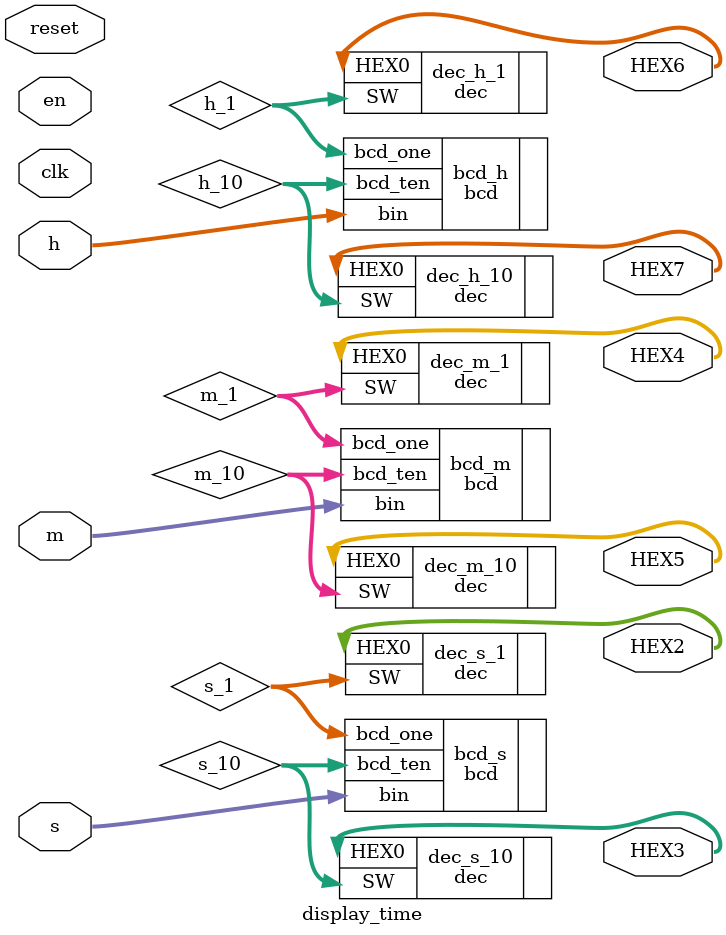
<source format=v>
`include "bcd.v"
`include "dec.v"

module display_time (
    clk,
    reset,
    en,
    h,
    m,
    s,
    HEX7,
    HEX6,
    HEX5,
    HEX4,
    HEX3,
    HEX2
);

input clk, reset, en;
input [5:0] h, m, s;
output [6:0] HEX7, HEX6, HEX5, HEX4, HEX3, HEX2;

wire [3:0] h_10, h_1, m_10, m_1, s_10, s_1;
bcd bcd_h(.bin(h), .bcd_ten(h_10), .bcd_one(h_1));
bcd bcd_m(.bin(m), .bcd_ten(m_10), .bcd_one(m_1));
bcd bcd_s(.bin(s), .bcd_ten(s_10), .bcd_one(s_1));

dec dec_h_10(.SW(h_10), .HEX0(HEX7));
dec dec_h_1(.SW(h_1), .HEX0(HEX6));
dec dec_m_10(.SW(m_10), .HEX0(HEX5));
dec dec_m_1(.SW(m_1), .HEX0(HEX4));
dec dec_s_10(.SW(s_10), .HEX0(HEX3));
dec dec_s_1(.SW(s_1), .HEX0(HEX2));

endmodule
</source>
